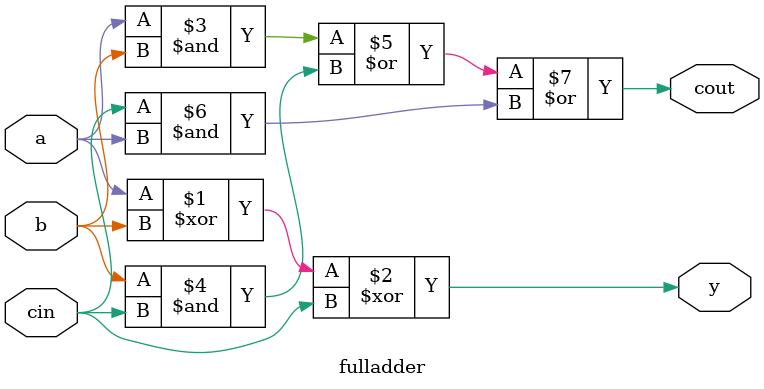
<source format=v>
module fulladder(y,cout,a,b,cin);
//y is sum
input a,b,cin;
output y,cout;
assign y=(a^b)^cin;
assign cout=(a & b) | (b & cin) | (cin & a);
endmodule

</source>
